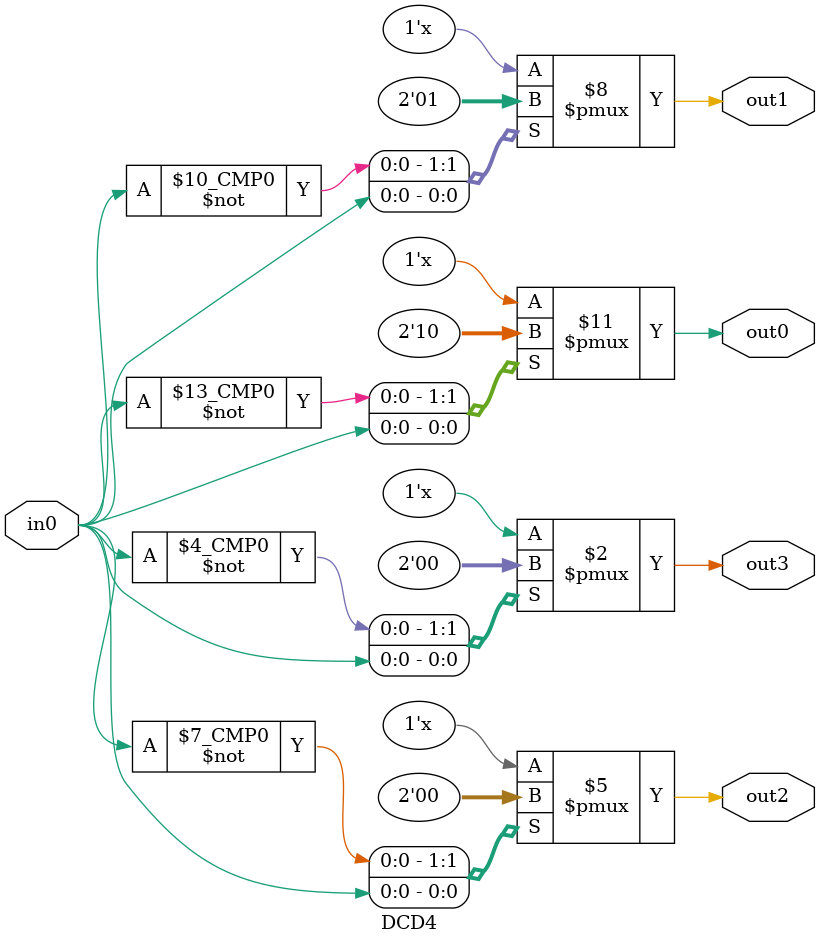
<source format=v>
`timescale 1ns / 1ps


module DCD4(

    input in0,
    output reg out0,
    output reg out1,
    output reg out2,
    output reg out3

    );
    
    
    always @(*)
    begin
        case(in0)
            0:
            begin
                out0 = 1;
                out1 = 0;
                out2 = 0;
                out3 = 0;
            end
            
            1:
            begin
                out0 = 0;
                out1 = 1;
                out2 = 0;
                out3 = 0;
            end
            
            2:
            begin
                out0 = 0;
                out1 = 0;
                out2 = 1;
                out3 = 0;
            end
            
            3:
            begin
                out0 = 0;
                out1 = 0;
                out2 = 0;
                out3 = 1;
            end
            
        default:
        begin
            out0 = 0;
            out1 = 0;
            out2 = 0;
            out3 = 0;
        end
        
     endcase
    end
    
endmodule

</source>
